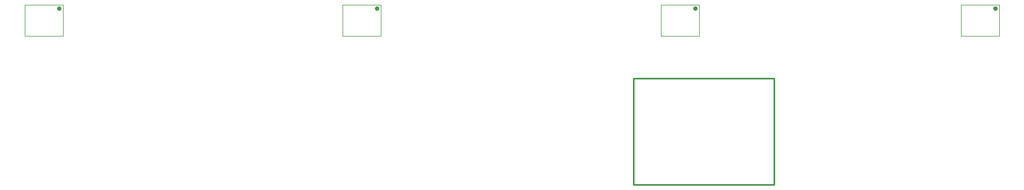
<source format=gm1>
G04*
G04 #@! TF.GenerationSoftware,Altium Limited,Altium Designer,21.2.2 (38)*
G04*
G04 Layer_Color=16711935*
%FSLAX25Y25*%
%MOIN*%
G70*
G04*
G04 #@! TF.SameCoordinates,12F160AB-B23E-46F4-A004-0BEF6C8487B0*
G04*
G04*
G04 #@! TF.FilePolarity,Positive*
G04*
G01*
G75*
%ADD12C,0.01000*%
%ADD14C,0.00394*%
%ADD112C,0.02756*%
D12*
X638496Y2575D02*
Y68575D01*
X551496Y2575D02*
Y68575D01*
Y2575D02*
X638496D01*
X551496Y68575D02*
X638496D01*
D14*
X174802Y114370D02*
X198424D01*
X174802Y95079D02*
Y114370D01*
Y95079D02*
X198424D01*
Y114370D01*
X568503Y114370D02*
X592125D01*
X568503Y95079D02*
Y114370D01*
Y95079D02*
X592125D01*
Y114370D01*
X371653Y114370D02*
X395274D01*
X371653Y95079D02*
Y114370D01*
Y95079D02*
X395274D01*
Y114370D01*
X777952Y95079D02*
Y114370D01*
X754330Y95079D02*
X777952D01*
X754330D02*
Y114370D01*
X777952D01*
D112*
X196043Y111811D02*
D03*
X589744Y111811D02*
D03*
X392894Y111811D02*
D03*
X775571D02*
D03*
M02*

</source>
